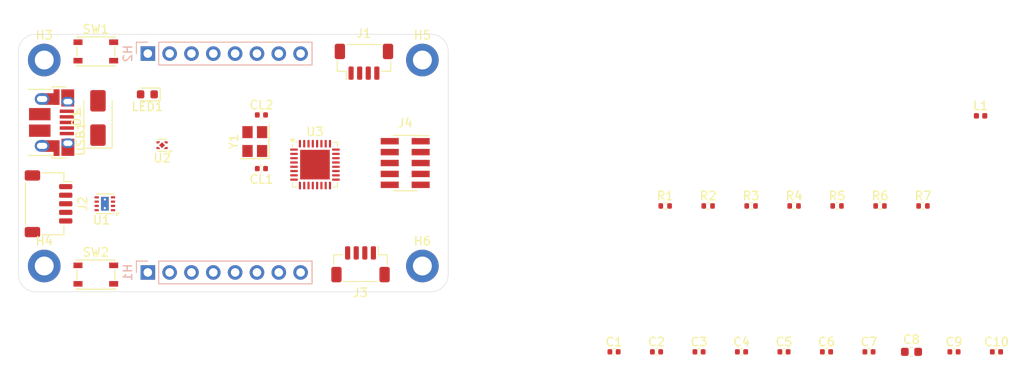
<source format=kicad_pcb>
(kicad_pcb (version 20240108) (generator "pcbnew") (generator_version "8.0")
  (layers (0 "F.Cu" signal) (31 "B.Cu" signal) (34 "B.Paste" user) (35 "F.Paste" user) (36 "B.SilkS" user "B.Silkscreen") (37 "F.SilkS" user "F.Silkscreen") (38 "B.Mask" user) (39 "F.Mask" user) (44 "Edge.Cuts" user))
  (net 0 "")
  (net 1 "+3V3")
  (net 2 "GND")
  (net 3 "+5V")
  (net 4 "/NRST")
  (net 5 "/BOOT0")
  (net 6 "/VREF")
  (net 7 "Net-(LED1-A)")
  (net 8 "/OSC_IN")
  (net 9 "/OSC_OUT")
  (net 10 "/VBUS")
  (net 11 "/JTDI")
  (net 16 "/JTDO_SWO")
  (net 17 "/NJTRST")
  (net 18 "/JTCK_SWCLK")
  (net 19 "/JTMS_SWDIO")
  (net 20 "/I2C1_SCL")
  (net 21 "/I2C1_SDA")
  (net 22 "/PA4")
  (net 23 "/PA7")
  (net 24 "/PA6")
  (net 25 "/PA5")
  (net 26 "/PA3")
  (net 27 "/PB0")
  (net 28 "/PA2")
  (net 29 "/PA12")
  (net 30 "/PB5")
  (net 31 "/UART1_TX")
  (net 32 "/UART1_RX")
  (net 33 "/ISNS")
  (net 34 "/POT")
  (net 35 "/M1")
  (net 36 "/M2")
  (net 37 "/PWM1")
  (net 38 "/PWM2")
  (footprint "Capacitor_SMD:C_0603_1608Metric" (layer "F.Cu") (at 218.911108 127)
    (property "Reference" "C8" (at 0 -1.43 0) (layer "F.SilkS"))
    (property "Value" "4.7uF")
    (fp_line (start -0.14058 -0.51) (end 0.14058 -0.51) (stroke (width 0.12)) (layer "F.SilkS"))
    (fp_line (start -0.14058 0.51) (end 0.14058 0.51) (stroke (width 0.12)) (layer "F.SilkS"))
    (pad "1" smd roundrect (at -0.775 0) (size 0.9 0.95) (layers "F.Cu" "F.Paste" "F.Mask") (net 2 "GND"))
    (pad "2" smd roundrect (at 0.775 0) (size 0.9 0.95) (layers "F.Cu" "F.Paste" "F.Mask") (net 1 "+3V3"))
  )
  (footprint "Package_DFN_QFN:QFN-32-1EP_5x5mm_P0.5mm_EP3.45x3.45mm" (layer "F.Cu") (at 149.5 105.1875)
    (property "Reference" "U3" (at 0 -3.83 360) (layer "F.SilkS"))
    (property "Value" "STM32F301K8Ux")
    (fp_line (start -2.61 -2.135) (end -2.61 -2.37) (stroke (width 0.12)) (layer "F.SilkS"))
    (fp_line (start -2.61 2.61) (end -2.61 2.135) (stroke (width 0.12)) (layer "F.SilkS"))
    (fp_line (start -2.135 -2.61) (end -2.31 -2.61) (stroke (width 0.12)) (layer "F.SilkS"))
    (fp_line (start -2.135 2.61) (end -2.61 2.61) (stroke (width 0.12)) (layer "F.SilkS"))
    (fp_line (start 2.135 -2.61) (end 2.61 -2.61) (stroke (width 0.12)) (layer "F.SilkS"))
    (fp_line (start 2.135 2.61) (end 2.61 2.61) (stroke (width 0.12)) (layer "F.SilkS"))
    (fp_line (start 2.61 -2.61) (end 2.61 -2.135) (stroke (width 0.12)) (layer "F.SilkS"))
    (fp_line (start 2.61 2.61) (end 2.61 2.135) (stroke (width 0.12)) (layer "F.SilkS"))
    (fp_poly (pts (xy -2.61 -2.61) (xy -2.85 -2.94) (xy -2.37 -2.94) (xy -2.61 -2.61)) (stroke (width 0.12)) (fill solid) (layer "F.SilkS"))
    (pad "1" smd roundrect (at -2.4375 -1.75) (size 0.875 0.25) (layers "F.Cu" "F.Paste" "F.Mask") (net 1 "+3V3"))
    (pad "2" smd roundrect (at -2.4375 -1.25) (size 0.875 0.25) (layers "F.Cu" "F.Paste" "F.Mask") (net 8 "/OSC_IN"))
    (pad "3" smd roundrect (at -2.4375 -0.75) (size 0.875 0.25) (layers "F.Cu" "F.Paste" "F.Mask") (net 9 "/OSC_OUT"))
    (pad "4" smd roundrect (at -2.4375 -0.25) (size 0.875 0.25) (layers "F.Cu" "F.Paste" "F.Mask") (net 4 "/NRST"))
    (pad "5" smd roundrect (at -2.4375 0.25) (size 0.875 0.25) (layers "F.Cu" "F.Paste" "F.Mask") (net 6 "/VREF"))
    (pad "6" smd roundrect (at -2.4375 0.75) (size 0.875 0.25) (layers "F.Cu" "F.Paste" "F.Mask") (net 2 "GND"))
    (pad "7" smd roundrect (at -2.4375 1.25) (size 0.875 0.25) (layers "F.Cu" "F.Paste" "F.Mask") (net 34 "/POT"))
    (pad "8" smd roundrect (at -2.4375 1.75) (size 0.875 0.25) (layers "F.Cu" "F.Paste" "F.Mask") (net 33 "/ISNS"))
    (pad "9" smd roundrect (at -1.75 2.4375) (size 0.25 0.875) (layers "F.Cu" "F.Paste" "F.Mask") (net 28 "/PA2"))
    (pad "10" smd roundrect (at -1.25 2.4375) (size 0.25 0.875) (layers "F.Cu" "F.Paste" "F.Mask") (net 26 "/PA3"))
    (pad "11" smd roundrect (at -0.75 2.4375) (size 0.25 0.875) (layers "F.Cu" "F.Paste" "F.Mask") (net 22 "/PA4"))
    (pad "12" smd roundrect (at -0.25 2.4375) (size 0.25 0.875) (layers "F.Cu" "F.Paste" "F.Mask") (net 25 "/PA5"))
    (pad "13" smd roundrect (at 0.25 2.4375) (size 0.25 0.875) (layers "F.Cu" "F.Paste" "F.Mask") (net 24 "/PA6"))
    (pad "14" smd roundrect (at 0.75 2.4375) (size 0.25 0.875) (layers "F.Cu" "F.Paste" "F.Mask") (net 23 "/PA7"))
    (pad "15" smd roundrect (at 1.25 2.4375) (size 0.25 0.875) (layers "F.Cu" "F.Paste" "F.Mask") (net 27 "/PB0"))
    (pad "16" smd roundrect (at 1.75 2.4375) (size 0.25 0.875) (layers "F.Cu" "F.Paste" "F.Mask") (net 2 "GND"))
    (pad "17" smd roundrect (at 2.4375 1.75) (size 0.875 0.25) (layers "F.Cu" "F.Paste" "F.Mask") (net 1 "+3V3"))
    (pad "18" smd roundrect (at 2.4375 1.25) (size 0.875 0.25) (layers "F.Cu" "F.Paste" "F.Mask") (net 37 "/PWM1"))
    (pad "19" smd roundrect (at 2.4375 0.75) (size 0.875 0.25) (layers "F.Cu" "F.Paste" "F.Mask") (net 31 "/UART1_TX"))
    (pad "20" smd roundrect (at 2.4375 0.25) (size 0.875 0.25) (layers "F.Cu" "F.Paste" "F.Mask") (net 32 "/UART1_RX"))
    (pad "21" smd roundrect (at 2.4375 -0.25) (size 0.875 0.25) (layers "F.Cu" "F.Paste" "F.Mask") (net 38 "/PWM2"))
    (pad "22" smd roundrect (at 2.4375 -0.75) (size 0.875 0.25) (layers "F.Cu" "F.Paste" "F.Mask") (net 29 "/PA12"))
    (pad "23" smd roundrect (at 2.4375 -1.25) (size 0.875 0.25) (layers "F.Cu" "F.Paste" "F.Mask") (net 19 "/JTMS_SWDIO"))
    (pad "24" smd roundrect (at 2.4375 -1.75) (size 0.875 0.25) (layers "F.Cu" "F.Paste" "F.Mask") (net 18 "/JTCK_SWCLK"))
    (pad "25" smd roundrect (at 1.75 -2.4375) (size 0.25 0.875) (layers "F.Cu" "F.Paste" "F.Mask") (net 11 "/JTDI"))
    (pad "26" smd roundrect (at 1.25 -2.4375) (size 0.25 0.875) (layers "F.Cu" "F.Paste" "F.Mask") (net 16 "/JTDO_SWO"))
    (pad "27" smd roundrect (at 0.75 -2.4375) (size 0.25 0.875) (layers "F.Cu" "F.Paste" "F.Mask") (net 17 "/NJTRST"))
    (pad "28" smd roundrect (at 0.25 -2.4375) (size 0.25 0.875) (layers "F.Cu" "F.Paste" "F.Mask") (net 30 "/PB5"))
    (pad "29" smd roundrect (at -0.25 -2.4375) (size 0.25 0.875) (layers "F.Cu" "F.Paste" "F.Mask") (net 20 "/I2C1_SCL"))
    (pad "30" smd roundrect (at -0.75 -2.4375) (size 0.25 0.875) (layers "F.Cu" "F.Paste" "F.Mask") (net 21 "/I2C1_SDA"))
    (pad "31" smd roundrect (at -1.25 -2.4375) (size 0.25 0.875) (layers "F.Cu" "F.Paste" "F.Mask") (net 5 "/BOOT0"))
    (pad "32" smd roundrect (at -1.75 -2.4375) (size 0.25 0.875) (layers "F.Cu" "F.Paste" "F.Mask") (net 2 "GND"))
    (pad "33" smd rect (at 0 0) (size 3.45 3.45) (property pad_prop_heatsink) (layers "F.Cu" "F.Mask") (net 2 "GND"))
  )
  (footprint "Capacitor_SMD:C_0402_1005Metric" (layer "F.Cu") (at 184.3 127)
    (property "Reference" "C1" (at 0 -1.16 0) (layer "F.SilkS"))
    (property "Value" "0.1uF")
    (fp_line (start -0.107836 -0.36) (end 0.107836 -0.36) (stroke (width 0.12)) (layer "F.SilkS"))
    (fp_line (start -0.107836 0.36) (end 0.107836 0.36) (stroke (width 0.12)) (layer "F.SilkS"))
    (pad "1" smd roundrect (at -0.48 0) (size 0.56 0.62) (layers "F.Cu" "F.Paste" "F.Mask") (net 2 "GND"))
    (pad "2" smd roundrect (at 0.48 0) (size 0.56 0.62) (layers "F.Cu" "F.Paste" "F.Mask") (net 3 "+5V"))
  )
  (footprint "MountingHole:MountingHole_2.2mm_M2_DIN965_Pad" (layer "F.Cu") (at 162 93)
    (property "Reference" "H5" (at 0 -2.9 0) (layer "F.SilkS"))
    (property "Value" "MountingHole")
    (pad "1" thru_hole circle (at 0 0) (size 3.8 3.8) (drill 2.2) (layers "*.Cu" "*.Mask"))
  )
  (footprint "Resistor_SMD:R_0402_1005Metric" (layer "F.Cu") (at 220.25 110)
    (property "Reference" "R7" (at 0 -1.17 0) (layer "F.SilkS"))
    (property "Value" "2K2")
    (fp_line (start -0.153641 -0.38) (end 0.153641 -0.38) (stroke (width 0.12)) (layer "F.SilkS"))
    (fp_line (start -0.153641 0.38) (end 0.153641 0.38) (stroke (width 0.12)) (layer "F.SilkS"))
    (pad "1" smd roundrect (at -0.51 0) (size 0.54 0.64) (layers "F.Cu" "F.Paste" "F.Mask") (net 33 "/ISNS"))
    (pad "2" smd roundrect (at 0.51 0) (size 0.54 0.64) (layers "F.Cu" "F.Paste" "F.Mask") (net 2 "GND"))
  )
  (footprint "Button_Switch_SMD:SW_SPST_PTS810" (layer "F.Cu") (at 124 92)
    (property "Reference" "SW1" (at 0 -2.6 0) (layer "F.SilkS"))
    (property "Value" "SW_Push")
    (fp_line (start -2.2 -1.7) (end -2.2 -1.58) (stroke (width 0.12)) (layer "F.SilkS"))
    (fp_line (start -2.2 -0.57) (end -2.2 0.57) (stroke (width 0.12)) (layer "F.SilkS"))
    (fp_line (start -2.2 1.58) (end -2.2 1.7) (stroke (width 0.12)) (layer "F.SilkS"))
    (fp_line (start -2.2 1.7) (end 2.2 1.7) (stroke (width 0.12)) (layer "F.SilkS"))
    (fp_line (start 2.2 -1.7) (end -2.2 -1.7) (stroke (width 0.12)) (layer "F.SilkS"))
    (fp_line (start 2.2 -1.58) (end 2.2 -1.7) (stroke (width 0.12)) (layer "F.SilkS"))
    (fp_line (start 2.2 0.57) (end 2.2 -0.57) (stroke (width 0.12)) (layer "F.SilkS"))
    (fp_line (start 2.2 1.7) (end 2.2 1.58) (stroke (width 0.12)) (layer "F.SilkS"))
    (pad "1" smd rect (at -2.075 -1.075) (size 1.05 0.65) (layers "F.Cu" "F.Paste" "F.Mask") (net 4 "/NRST"))
    (pad "1" smd rect (at 2.075 -1.075) (size 1.05 0.65) (layers "F.Cu" "F.Paste" "F.Mask") (net 4 "/NRST"))
    (pad "2" smd rect (at -2.075 1.075) (size 1.05 0.65) (layers "F.Cu" "F.Paste" "F.Mask") (net 2 "GND"))
    (pad "2" smd rect (at 2.075 1.075) (size 1.05 0.65) (layers "F.Cu" "F.Paste" "F.Mask") (net 2 "GND"))
  )
  (footprint "Capacitor_SMD:C_0402_1005Metric" (layer "F.Cu") (at 199.133332 127)
    (property "Reference" "C4" (at 0 -1.16 0) (layer "F.SilkS"))
    (property "Value" "1uF")
    (fp_line (start -0.107836 -0.36) (end 0.107836 -0.36) (stroke (width 0.12)) (layer "F.SilkS"))
    (fp_line (start -0.107836 0.36) (end 0.107836 0.36) (stroke (width 0.12)) (layer "F.SilkS"))
    (pad "1" smd roundrect (at -0.48 0) (size 0.56 0.62) (layers "F.Cu" "F.Paste" "F.Mask") (net 2 "GND"))
    (pad "2" smd roundrect (at 0.48 0) (size 0.56 0.62) (layers "F.Cu" "F.Paste" "F.Mask") (net 1 "+3V3"))
  )
  (footprint "MountingHole:MountingHole_2.2mm_M2_DIN965_Pad" (layer "F.Cu") (at 118 117)
    (property "Reference" "H4" (at 0 -2.9 0) (layer "F.SilkS"))
    (property "Value" "MountingHole")
    (pad "1" thru_hole circle (at 0 0) (size 3.8 3.8) (drill 2.2) (layers "*.Cu" "*.Mask"))
  )
  (footprint "Capacitor_SMD:C_0402_1005Metric" (layer "F.Cu") (at 228.8 127)
    (property "Reference" "C10" (at 0 -1.16 0) (layer "F.SilkS"))
    (property "Value" "1uF")
    (fp_line (start -0.107836 -0.36) (end 0.107836 -0.36) (stroke (width 0.12)) (layer "F.SilkS"))
    (fp_line (start -0.107836 0.36) (end 0.107836 0.36) (stroke (width 0.12)) (layer "F.SilkS"))
    (pad "1" smd roundrect (at -0.48 0) (size 0.56 0.62) (layers "F.Cu" "F.Paste" "F.Mask") (net 2 "GND"))
    (pad "2" smd roundrect (at 0.48 0) (size 0.56 0.62) (layers "F.Cu" "F.Paste" "F.Mask") (net 6 "/VREF"))
  )
  (footprint "Capacitor_SMD:C_0402_1005Metric" (layer "F.Cu") (at 209.02222 127)
    (property "Reference" "C6" (at 0 -1.16 0) (layer "F.SilkS"))
    (property "Value" "0.1uF")
    (fp_line (start -0.107836 -0.36) (end 0.107836 -0.36) (stroke (width 0.12)) (layer "F.SilkS"))
    (fp_line (start -0.107836 0.36) (end 0.107836 0.36) (stroke (width 0.12)) (layer "F.SilkS"))
    (pad "1" smd roundrect (at -0.48 0) (size 0.56 0.62) (layers "F.Cu" "F.Paste" "F.Mask") (net 2 "GND"))
    (pad "2" smd roundrect (at 0.48 0) (size 0.56 0.62) (layers "F.Cu" "F.Paste" "F.Mask") (net 1 "+3V3"))
  )
  (footprint "Capacitor_SMD:C_0402_1005Metric" (layer "F.Cu") (at 204.077776 127)
    (property "Reference" "C5" (at 0 -1.16 0) (layer "F.SilkS"))
    (property "Value" "1uF")
    (fp_line (start -0.107836 -0.36) (end 0.107836 -0.36) (stroke (width 0.12)) (layer "F.SilkS"))
    (fp_line (start -0.107836 0.36) (end 0.107836 0.36) (stroke (width 0.12)) (layer "F.SilkS"))
    (pad "1" smd roundrect (at -0.48 0) (size 0.56 0.62) (layers "F.Cu" "F.Paste" "F.Mask") (net 2 "GND"))
    (pad "2" smd roundrect (at 0.48 0) (size 0.56 0.62) (layers "F.Cu" "F.Paste" "F.Mask") (net 3 "+5V"))
  )
  (footprint "Crystal:Crystal_SMD_3225-4Pin_3.2x2.5mm" (layer "F.Cu") (at 142.5 102.5 90)
    (property "Reference" "Y1" (at 0 -2.45 90) (layer "F.SilkS"))
    (property "Value" "16MHz 9pF")
    (fp_line (start -2 -1.65) (end -2 1.65) (stroke (width 0.12)) (layer "F.SilkS"))
    (fp_line (start -2 1.65) (end 2 1.65) (stroke (width 0.12)) (layer "F.SilkS"))
    (pad "1" smd rect (at -1.1 0.85 90) (size 1.4 1.2) (layers "F.Cu" "F.Paste" "F.Mask") (net 9 "/OSC_OUT"))
    (pad "2" smd rect (at 1.1 0.85 90) (size 1.4 1.2) (layers "F.Cu" "F.Paste" "F.Mask") (net 2 "GND"))
    (pad "3" smd rect (at 1.1 -0.85 90) (size 1.4 1.2) (layers "F.Cu" "F.Paste" "F.Mask") (net 8 "/OSC_IN"))
    (pad "4" smd rect (at -1.1 -0.85 90) (size 1.4 1.2) (layers "F.Cu" "F.Paste" "F.Mask") (net 2 "GND"))
  )
  (footprint "Connector_JST:JST_SH_SM05B-SRSS-TB_1x05-1MP_P1.00mm_Horizontal" (layer "F.Cu") (at 118.5 109.75 -90)
    (property "Reference" "J2" (at 0 -3.98 90) (layer "F.SilkS"))
    (property "Value" "Conn_01x05")
    (fp_line (start -2.44 2.685) (end 2.44 2.685) (stroke (width 0.12)) (layer "F.SilkS"))
    (fp_line (start -3.61 0.715) (end -3.61 -1.785) (stroke (width 0.12)) (layer "F.SilkS"))
    (fp_line (start 3.61 0.715) (end 3.61 -1.785) (stroke (width 0.12)) (layer "F.SilkS"))
    (fp_line (start -3.61 -1.785) (end -2.56 -1.785) (stroke (width 0.12)) (layer "F.SilkS"))
    (fp_line (start -2.56 -1.785) (end -2.56 -2.775) (stroke (width 0.12)) (layer "F.SilkS"))
    (fp_line (start 3.61 -1.785) (end 2.56 -1.785) (stroke (width 0.12)) (layer "F.SilkS"))
    (pad "1" smd roundrect (at -2 -2 270) (size 0.6 1.55) (layers "F.Cu" "F.Paste" "F.Mask") (net 35 "/M1"))
    (pad "2" smd roundrect (at -1 -2 270) (size 0.6 1.55) (layers "F.Cu" "F.Paste" "F.Mask") (net 36 "/M2"))
    (pad "3" smd roundrect (at 0 -2 270) (size 0.6 1.55) (layers "F.Cu" "F.Paste" "F.Mask") (net 6 "/VREF"))
    (pad "4" smd roundrect (at 1 -2 270) (size 0.6 1.55) (layers "F.Cu" "F.Paste" "F.Mask") (net 2 "GND"))
    (pad "5" smd roundrect (at 2 -2 270) (size 0.6 1.55) (layers "F.Cu" "F.Paste" "F.Mask") (net 34 "/POT"))
    (pad "MP" smd roundrect (at -3.3 1.875 270) (size 1.2 1.8) (layers "F.Cu" "F.Paste" "F.Mask") (roundrect_rratio 0.208333))
    (pad "MP" smd roundrect (at 3.3 1.875 270) (size 1.2 1.8) (layers "F.Cu" "F.Paste" "F.Mask") (roundrect_rratio 0.208333))
  )
  (footprint "Connector_USB:USB_Micro-B_Amphenol_10103594-0001LF_Horizontal" (layer "F.Cu") (at 118.865 100.295 -90)
    (property "Reference" "USB1" (at 1.925 -3.365 90) (layer "F.SilkS"))
    (property "Value" "USB_B_Micro")
    (fp_line (start -3.875 2.735) (end -3.875 -0.065) (stroke (width 0.12)) (layer "F.SilkS"))
    (fp_line (start 3.825 2.735) (end 3.825 -0.065) (stroke (width 0.12)) (layer "F.SilkS"))
    (fp_line (start -4.175 -0.065) (end -3.875 -0.065) (stroke (width 0.12)) (layer "F.SilkS"))
    (fp_line (start -4.175 -0.065) (end -4.175 -1.615) (stroke (width 0.12)) (layer "F.SilkS"))
    (fp_line (start 3.825 -0.065) (end 4.125 -0.065) (stroke (width 0.12)) (layer "F.SilkS"))
    (fp_line (start 4.125 -0.065) (end 4.125 -1.615) (stroke (width 0.12)) (layer "F.SilkS"))
    (fp_line (start -1.325 -2.865) (end -1.725 -3.315) (stroke (width 0.12)) (layer "F.SilkS"))
    (fp_line (start -1.725 -3.315) (end -0.925 -3.315) (stroke (width 0.12)) (layer "F.SilkS"))
    (fp_line (start -0.925 -3.315) (end -1.325 -2.865) (stroke (width 0.12)) (layer "F.SilkS"))
    (pad "1" smd rect (at -1.325 -1.765) (size 1.65 0.4) (layers "F.Cu" "F.Paste" "F.Mask") (net 10 "/VBUS"))
    (pad "2" smd rect (at -0.675 -1.765) (size 1.65 0.4) (layers "F.Cu" "F.Paste" "F.Mask"))
    (pad "3" smd rect (at -0.025 -1.765) (size 1.65 0.4) (layers "F.Cu" "F.Paste" "F.Mask"))
    (pad "4" smd rect (at 0.625 -1.765) (size 1.65 0.4) (layers "F.Cu" "F.Paste" "F.Mask"))
    (pad "5" smd rect (at 1.275 -1.765) (size 1.65 0.4) (layers "F.Cu" "F.Paste" "F.Mask") (net 2 "GND"))
    (pad "6" smd rect (at -2.975 -0.565 270) (size 1.825 0.7) (layers "F.Cu" "F.Paste" "F.Mask") (net 2 "GND"))
    (pad "6" smd rect (at -2.875 -1.865 270) (size 2 1.5) (layers "F.Cu" "F.Paste" "F.Mask") (net 2 "GND"))
    (pad "6" smd rect (at -2.755 0.185 270) (size 1.35 2) (layers "F.Cu" "F.Paste" "F.Mask") (net 2 "GND"))
    (pad "6" thru_hole oval (at -2.755 1.115) (size 1.7 1.35) (drill oval 1.2 0.7) (layers "*.Cu" "*.Mask") (net 2 "GND"))
    (pad "6" thru_hole oval (at -2.445 -1.885) (size 1.5 1.1) (drill oval 1.05 0.65) (layers "*.Cu" "*.Mask") (net 2 "GND"))
    (pad "6" smd rect (at -0.985 1.385) (size 2.5 1.43) (layers "F.Cu" "F.Paste" "F.Mask") (net 2 "GND"))
    (pad "6" smd rect (at 0.935 1.385) (size 2.5 1.43) (layers "F.Cu" "F.Paste" "F.Mask") (net 2 "GND"))
    (pad "6" thru_hole oval (at 2.395 -1.885) (size 1.5 1.1) (drill oval 1.05 0.65) (layers "*.Cu" "*.Mask") (net 2 "GND"))
    (pad "6" thru_hole oval (at 2.705 1.115) (size 1.7 1.35) (drill oval 1.2 0.7) (layers "*.Cu" "*.Mask") (net 2 "GND"))
    (pad "6" smd rect (at 2.725 0.185 270) (size 1.35 2) (layers "F.Cu" "F.Paste" "F.Mask") (net 2 "GND"))
    (pad "6" smd rect (at 2.875 -1.885 270) (size 2 1.5) (layers "F.Cu" "F.Paste" "F.Mask") (net 2 "GND"))
    (pad "6" smd rect (at 2.975 -0.565 270) (size 1.825 0.7) (layers "F.Cu" "F.Paste" "F.Mask") (net 2 "GND"))
  )
  (footprint "Button_Switch_SMD:SW_SPST_PTS810" (layer "F.Cu") (at 124 118)
    (property "Reference" "SW2" (at 0 -2.6 0) (layer "F.SilkS"))
    (property "Value" "SW_Push")
    (fp_line (start -2.2 -1.7) (end -2.2 -1.58) (stroke (width 0.12)) (layer "F.SilkS"))
    (fp_line (start -2.2 -0.57) (end -2.2 0.57) (stroke (width 0.12)) (layer "F.SilkS"))
    (fp_line (start -2.2 1.58) (end -2.2 1.7) (stroke (width 0.12)) (layer "F.SilkS"))
    (fp_line (start -2.2 1.7) (end 2.2 1.7) (stroke (width 0.12)) (layer "F.SilkS"))
    (fp_line (start 2.2 -1.7) (end -2.2 -1.7) (stroke (width 0.12)) (layer "F.SilkS"))
    (fp_line (start 2.2 -1.58) (end 2.2 -1.7) (stroke (width 0.12)) (layer "F.SilkS"))
    (fp_line (start 2.2 0.57) (end 2.2 -0.57) (stroke (width 0.12)) (layer "F.SilkS"))
    (fp_line (start 2.2 1.7) (end 2.2 1.58) (stroke (width 0.12)) (layer "F.SilkS"))
    (pad "1" smd rect (at -2.075 -1.075) (size 1.05 0.65) (layers "F.Cu" "F.Paste" "F.Mask") (net 1 "+3V3"))
    (pad "1" smd rect (at 2.075 -1.075) (size 1.05 0.65) (layers "F.Cu" "F.Paste" "F.Mask") (net 1 "+3V3"))
    (pad "2" smd rect (at -2.075 1.075) (size 1.05 0.65) (layers "F.Cu" "F.Paste" "F.Mask") (net 5 "/BOOT0"))
    (pad "2" smd rect (at 2.075 1.075) (size 1.05 0.65) (layers "F.Cu" "F.Paste" "F.Mask") (net 5 "/BOOT0"))
  )
  (footprint "Resistor_SMD:R_0402_1005Metric" (layer "F.Cu") (at 205.25 110)
    (property "Reference" "R4" (at 0 -1.17 0) (layer "F.SilkS"))
    (property "Value" "10K")
    (fp_line (start -0.153641 -0.38) (end 0.153641 -0.38) (stroke (width 0.12)) (layer "F.SilkS"))
    (fp_line (start -0.153641 0.38) (end 0.153641 0.38) (stroke (width 0.12)) (layer "F.SilkS"))
    (pad "1" smd roundrect (at -0.51 0) (size 0.54 0.64) (layers "F.Cu" "F.Paste" "F.Mask") (net 32 "/UART1_RX"))
    (pad "2" smd roundrect (at 0.51 0) (size 0.54 0.64) (layers "F.Cu" "F.Paste" "F.Mask") (net 1 "+3V3"))
  )
  (footprint "Resistor_SMD:R_0402_1005Metric" (layer "F.Cu") (at 215.25 110)
    (property "Reference" "R6" (at 0 -1.17 0) (layer "F.SilkS"))
    (property "Value" "10K")
    (fp_line (start -0.153641 -0.38) (end 0.153641 -0.38) (stroke (width 0.12)) (layer "F.SilkS"))
    (fp_line (start -0.153641 0.38) (end 0.153641 0.38) (stroke (width 0.12)) (layer "F.SilkS"))
    (pad "1" smd roundrect (at -0.51 0) (size 0.54 0.64) (layers "F.Cu" "F.Paste" "F.Mask") (net 5 "/BOOT0"))
    (pad "2" smd roundrect (at 0.51 0) (size 0.54 0.64) (layers "F.Cu" "F.Paste" "F.Mask") (net 2 "GND"))
  )
  (footprint "MountingHole:MountingHole_2.2mm_M2_DIN965_Pad" (layer "F.Cu") (at 162 117)
    (property "Reference" "H6" (at 0 -2.9 0) (layer "F.SilkS"))
    (property "Value" "MountingHole")
    (pad "1" thru_hole circle (at 0 0) (size 3.8 3.8) (drill 2.2) (layers "*.Cu" "*.Mask"))
  )
  (footprint "LED_SMD:LED_0603_1608Metric" (layer "F.Cu") (at 130 97 180)
    (property "Reference" "LED1" (at 0 -1.43 180) (layer "F.SilkS"))
    (property "Value" "RED")
    (fp_line (start 0.8 -0.735) (end -1.485 -0.735) (stroke (width 0.12)) (layer "F.SilkS"))
    (fp_line (start -1.485 0.735) (end 0.8 0.735) (stroke (width 0.12)) (layer "F.SilkS"))
    (fp_line (start -1.485 -0.735) (end -1.485 0.735) (stroke (width 0.12)) (layer "F.SilkS"))
    (pad "1" smd roundrect (at -0.7875 0 180) (size 0.875 0.95) (layers "F.Cu" "F.Paste" "F.Mask") (net 2 "GND"))
    (pad "2" smd roundrect (at 0.7875 0 180) (size 0.875 0.95) (layers "F.Cu" "F.Paste" "F.Mask") (net 7 "Net-(LED1-A)"))
  )
  (footprint "MountingHole:MountingHole_2.2mm_M2_DIN965_Pad" (layer "F.Cu") (at 118 93)
    (property "Reference" "H3" (at 0 -2.9 0) (layer "F.SilkS"))
    (property "Value" "MountingHole")
    (pad "1" thru_hole circle (at 0 0) (size 3.8 3.8) (drill 2.2) (layers "*.Cu" "*.Mask"))
  )
  (footprint "Package_DFN_QFN:UDFN-4-1EP_1x1mm_P0.65mm_EP0.48x0.48mm" (layer "F.Cu") (at 131.71 102.925 180)
    (property "Reference" "U2" (at 0 -1.5 180) (layer "F.SilkS"))
    (property "Value" "SSP7615-33DFR")
    (fp_line (start 0.5 0.71) (end -0.5 0.71) (stroke (width 0.12)) (layer "F.SilkS"))
    (fp_line (start 0.5 -0.71) (end -0.5 -0.71) (stroke (width 0.12)) (layer "F.SilkS"))
    (fp_poly (pts (xy -0.84 -0.64) (xy -1.12 -0.64) (xy -0.84 -0.92) (xy -0.84 -0.64)) (stroke (width 0.12)) (fill solid) (layer "F.SilkS"))
    (pad "1" smd custom (at -0.54 -0.325 180) (size 0.22 0.25) (layers "F.Cu" "F.Paste" "F.Mask") (net 1 "+3V3") (options (clearance outline) (anchor rect)) (primitives (gr_poly (pts (xy 0.11 0.125) (xy 0.11 -0.125) (xy 0.36 -0.125)) (width 0) (fill yes))))
    (pad "2" smd custom (at -0.54 0.325 180) (size 0.22 0.25) (layers "F.Cu" "F.Paste" "F.Mask") (net 2 "GND") (options (clearance outline) (anchor rect)) (primitives (gr_poly (pts (xy 0.29 0.055) (xy 0.29 0.125) (xy 0.11 0.125) (xy 0.11 -0.125)) (width 0) (fill yes))))
    (pad "3" smd custom (at 0.54 0.325 180) (size 0.22 0.25) (layers "F.Cu" "F.Paste" "F.Mask") (net 3 "+5V") (options (clearance outline) (anchor rect)) (primitives (gr_poly (pts (xy -0.11 0.125) (xy -0.29 0.125) (xy -0.29 0.055) (xy -0.11 -0.125)) (width 0) (fill yes))))
    (pad "4" smd custom (at 0.54 -0.325 180) (size 0.22 0.25) (layers "F.Cu" "F.Paste" "F.Mask") (net 3 "+5V") (options (clearance outline) (anchor rect)) (primitives (gr_poly (pts (xy -0.11 0.125) (xy -0.29 -0.055) (xy -0.29 -0.125) (xy -0.11 -0.125)) (width 0) (fill yes))))
    (pad "5" smd rect (at 0 0 225) (size 0.48 0.48) (layers "F.Cu" "F.Paste" "F.Mask") (net 2 "GND"))
  )
  (footprint "Resistor_SMD:R_0402_1005Metric" (layer "F.Cu") (at 210.25 110)
    (property "Reference" "R5" (at 0 -1.17 0) (layer "F.SilkS"))
    (property "Value" "4K7")
    (fp_line (start -0.153641 -0.38) (end 0.153641 -0.38) (stroke (width 0.12)) (layer "F.SilkS"))
    (fp_line (start -0.153641 0.38) (end 0.153641 0.38) (stroke (width 0.12)) (layer "F.SilkS"))
    (pad "1" smd roundrect (at -0.51 0) (size 0.54 0.64) (layers "F.Cu" "F.Paste" "F.Mask") (net 1 "+3V3"))
    (pad "2" smd roundrect (at 0.51 0) (size 0.54 0.64) (layers "F.Cu" "F.Paste" "F.Mask") (net 7 "Net-(LED1-A)"))
  )
  (footprint "Connector_PinSocket_1.27mm:PinSocket_2x05_P1.27mm_Vertical_SMD" (layer "F.Cu") (at 160 105)
    (property "Reference" "J4" (at 0 -4.675 360) (layer "F.SilkS"))
    (property "Value" "Conn_02x05_Odd_Even")
    (fp_line (start -1.33 -3.235) (end -1.33 -3.175) (stroke (width 0.12)) (layer "F.SilkS"))
    (fp_line (start -1.33 -3.235) (end 1.33 -3.235) (stroke (width 0.12)) (layer "F.SilkS"))
    (fp_line (start -1.33 3.175) (end -1.33 3.235) (stroke (width 0.12)) (layer "F.SilkS"))
    (fp_line (start -1.33 3.235) (end 1.33 3.235) (stroke (width 0.12)) (layer "F.SilkS"))
    (fp_line (start 1.33 -3.235) (end 1.33 -3.175) (stroke (width 0.12)) (layer "F.SilkS"))
    (fp_line (start 1.33 -3.175) (end 2.79 -3.175) (stroke (width 0.12)) (layer "F.SilkS"))
    (fp_line (start 1.33 3.175) (end 1.33 3.235) (stroke (width 0.12)) (layer "F.SilkS"))
    (pad "1" smd rect (at 1.8 -2.54) (size 2.1 0.75) (layers "F.Cu" "F.Paste" "F.Mask") (net 1 "+3V3"))
    (pad "2" smd rect (at -1.8 -2.54) (size 2.1 0.75) (layers "F.Cu" "F.Paste" "F.Mask") (net 19 "/JTMS_SWDIO"))
    (pad "3" smd rect (at 1.8 -1.27) (size 2.1 0.75) (layers "F.Cu" "F.Paste" "F.Mask") (net 2 "GND"))
    (pad "4" smd rect (at -1.8 -1.27) (size 2.1 0.75) (layers "F.Cu" "F.Paste" "F.Mask") (net 18 "/JTCK_SWCLK"))
    (pad "5" smd rect (at 1.8 0) (size 2.1 0.75) (layers "F.Cu" "F.Paste" "F.Mask") (net 2 "GND"))
    (pad "6" smd rect (at -1.8 0) (size 2.1 0.75) (layers "F.Cu" "F.Paste" "F.Mask") (net 16 "/JTDO_SWO"))
    (pad "7" smd rect (at 1.8 1.27) (size 2.1 0.75) (layers "F.Cu" "F.Paste" "F.Mask"))
    (pad "8" smd rect (at -1.8 1.27) (size 2.1 0.75) (layers "F.Cu" "F.Paste" "F.Mask") (net 11 "/JTDI"))
    (pad "9" smd rect (at 1.8 2.54) (size 2.1 0.75) (layers "F.Cu" "F.Paste" "F.Mask") (net 2 "GND"))
    (pad "10" smd rect (at -1.8 2.54) (size 2.1 0.75) (layers "F.Cu" "F.Paste" "F.Mask") (net 17 "/NJTRST"))
  )
  (footprint "Resistor_SMD:R_0402_1005Metric" (layer "F.Cu") (at 200.25 110)
    (property "Reference" "R3" (at 0 -1.17 0) (layer "F.SilkS"))
    (property "Value" "10K")
    (fp_line (start -0.153641 -0.38) (end 0.153641 -0.38) (stroke (width 0.12)) (layer "F.SilkS"))
    (fp_line (start -0.153641 0.38) (end 0.153641 0.38) (stroke (width 0.12)) (layer "F.SilkS"))
    (pad "1" smd roundrect (at -0.51 0) (size 0.54 0.64) (layers "F.Cu" "F.Paste" "F.Mask") (net 1 "+3V3"))
    (pad "2" smd roundrect (at 0.51 0) (size 0.54 0.64) (layers "F.Cu" "F.Paste" "F.Mask") (net 20 "/I2C1_SCL"))
  )
  (footprint "Capacitor_SMD:C_0402_1005Metric" (layer "F.Cu") (at 143.27 99.4)
    (property "Reference" "CL2" (at 0 -1.16 0) (layer "F.SilkS"))
    (property "Value" "12pF")
    (fp_line (start -0.107836 -0.36) (end 0.107836 -0.36) (stroke (width 0.12)) (layer "F.SilkS"))
    (fp_line (start -0.107836 0.36) (end 0.107836 0.36) (stroke (width 0.12)) (layer "F.SilkS"))
    (pad "1" smd roundrect (at -0.48 0) (size 0.56 0.62) (layers "F.Cu" "F.Paste" "F.Mask") (net 2 "GND"))
    (pad "2" smd roundrect (at 0.48 0) (size 0.56 0.62) (layers "F.Cu" "F.Paste" "F.Mask") (net 8 "/OSC_IN"))
  )
  (footprint "Resistor_SMD:R_0402_1005Metric" (layer "F.Cu") (at 195.25 110)
    (property "Reference" "R2" (at 0 -1.17 0) (layer "F.SilkS"))
    (property "Value" "10K")
    (fp_line (start -0.153641 -0.38) (end 0.153641 -0.38) (stroke (width 0.12)) (layer "F.SilkS"))
    (fp_line (start -0.153641 0.38) (end 0.153641 0.38) (stroke (width 0.12)) (layer "F.SilkS"))
    (pad "1" smd roundrect (at -0.51 0) (size 0.54 0.64) (layers "F.Cu" "F.Paste" "F.Mask") (net 1 "+3V3"))
    (pad "2" smd roundrect (at 0.51 0) (size 0.54 0.64) (layers "F.Cu" "F.Paste" "F.Mask") (net 21 "/I2C1_SDA"))
  )
  (footprint "Inductor_SMD:L_0402_1005Metric" (layer "F.Cu") (at 226.95 99.5)
    (property "Reference" "L1" (at 0 -1.17 0) (layer "F.SilkS"))
    (property "Value" "1kΩ@100Mhz")
    (pad "1" smd roundrect (at -0.485 0) (size 0.59 0.64) (layers "F.Cu" "F.Paste" "F.Mask") (net 6 "/VREF"))
    (pad "2" smd roundrect (at 0.485 0) (size 0.59 0.64) (layers "F.Cu" "F.Paste" "F.Mask") (net 1 "+3V3"))
  )
  (footprint "Package_SON:WSON-8-1EP_2x2mm_P0.5mm_EP0.9x1.6mm_ThermalVias" (layer "F.Cu") (at 125.05 109.75 180)
    (property "Reference" "U1" (at 0.38 -1.9 360) (layer "F.SilkS"))
    (property "Value" "DRV8231ADSGR")
    (fp_line (start -1 1.14) (end 1 1.14) (stroke (width 0.12)) (layer "F.SilkS"))
    (fp_line (start -1.01 -1.14) (end 0.99 -1.14) (stroke (width 0.12)) (layer "F.SilkS"))
    (fp_poly (pts (xy -1.37 -1.07) (xy -1.65 -1.07) (xy -1.37 -1.35) (xy -1.37 -1.07)) (stroke (width 0.12)) (fill solid) (layer "F.SilkS"))
    (pad "1" smd roundrect (at -0.95 -0.75 180) (size 0.5 0.25) (layers "F.Cu" "F.Paste" "F.Mask") (net 33 "/ISNS"))
    (pad "2" smd roundrect (at -0.95 -0.25 180) (size 0.5 0.25) (layers "F.Cu" "F.Paste" "F.Mask") (net 38 "/PWM2"))
    (pad "3" smd roundrect (at -0.95 0.25 180) (size 0.5 0.25) (layers "F.Cu" "F.Paste" "F.Mask") (net 37 "/PWM1"))
    (pad "4" smd roundrect (at -0.95 0.75 180) (size 0.5 0.25) (layers "F.Cu" "F.Paste" "F.Mask") (net 6 "/VREF"))
    (pad "5" smd roundrect (at 0.95 0.75 180) (size 0.5 0.25) (layers "F.Cu" "F.Paste" "F.Mask") (net 3 "+5V"))
    (pad "6" smd roundrect (at 0.95 0.25 180) (size 0.5 0.25) (layers "F.Cu" "F.Paste" "F.Mask") (net 35 "/M1"))
    (pad "7" smd roundrect (at 0.95 -0.25 180) (size 0.5 0.25) (layers "F.Cu" "F.Paste" "F.Mask") (net 2 "GND"))
    (pad "8" smd roundrect (at 0.95 -0.75 180) (size 0.5 0.25) (layers "F.Cu" "F.Paste" "F.Mask") (net 36 "/M2"))
    (pad "9" thru_hole circle (at 0 -0.5 180) (size 0.6 0.6) (drill 0.25) (layers "*.Cu") (net 2 "GND"))
    (pad "9" smd rect (at 0 0 180) (size 0.9 1.6) (layers "F.Cu" "F.Mask") (net 2 "GND"))
    (pad "9" smd rect (at 0 0 180) (size 0.9 1.6) (layers "B.Cu") (net 2 "GND"))
    (pad "9" thru_hole circle (at 0 0.5 180) (size 0.6 0.6) (drill 0.25) (layers "*.Cu") (net 2 "GND"))
  )
  (footprint "Connector_JST:JST_SH_BM04B-SRSS-TB_1x04-1MP_P1.00mm_Vertical" (layer "F.Cu") (at 155.2 93.2)
    (property "Reference" "J1" (at 0 -3.3 360) (layer "F.SilkS"))
    (property "Value" "Conn_01x04")
    (fp_line (start -3.11 -0.04) (end -3.11 1.11) (stroke (width 0.12)) (layer "F.SilkS"))
    (fp_line (start -3.11 1.11) (end -2.06 1.11) (stroke (width 0.12)) (layer "F.SilkS"))
    (fp_line (start -2.06 1.11) (end -2.06 2.1) (stroke (width 0.12)) (layer "F.SilkS"))
    (fp_line (start -1.94 -2.01) (end 1.94 -2.01) (stroke (width 0.12)) (layer "F.SilkS"))
    (fp_line (start 3.11 -0.04) (end 3.11 1.11) (stroke (width 0.12)) (layer "F.SilkS"))
    (fp_line (start 3.11 1.11) (end 2.06 1.11) (stroke (width 0.12)) (layer "F.SilkS"))
    (pad "1" smd roundrect (at -1.5 1.325) (size 0.6 1.55) (layers "F.Cu" "F.Paste" "F.Mask") (net 31 "/UART1_TX"))
    (pad "2" smd roundrect (at -0.5 1.325) (size 0.6 1.55) (layers "F.Cu" "F.Paste" "F.Mask") (net 2 "GND"))
    (pad "3" smd roundrect (at 0.5 1.325) (size 0.6 1.55) (layers "F.Cu" "F.Paste" "F.Mask") (net 32 "/UART1_RX"))
    (pad "4" smd roundrect (at 1.5 1.325) (size 0.6 1.55) (layers "F.Cu" "F.Paste" "F.Mask") (net 1 "+3V3"))
    (pad "MP" smd roundrect (at -2.8 -1.2) (size 1.2 1.8) (layers "F.Cu" "F.Paste" "F.Mask") (roundrect_rratio 0.208333))
    (pad "MP" smd roundrect (at 2.8 -1.2) (size 1.2 1.8) (layers "F.Cu" "F.Paste" "F.Mask") (roundrect_rratio 0.208333))
  )
  (footprint "Diode_SMD:D_SMA" (layer "F.Cu") (at 124.25 99.75 90)
    (property "Reference" "D1" (at 0 -2.5 90) (layer "F.SilkS"))
    (property "Value" "SS34")
    (fp_line (start -3.51 -1.65) (end 2 -1.65) (stroke (width 0.12)) (layer "F.SilkS"))
    (fp_line (start -3.51 -1.65) (end -3.51 1.65) (stroke (width 0.12)) (layer "F.SilkS"))
    (fp_line (start -3.51 1.65) (end 2 1.65) (stroke (width 0.12)) (layer "F.SilkS"))
    (pad "1" smd roundrect (at -2 0 90) (size 2.5 1.8) (layers "F.Cu" "F.Paste" "F.Mask") (roundrect_rratio 0.1388888889) (net 3 "+5V"))
    (pad "2" smd roundrect (at 2 0 90) (size 2.5 1.8) (layers "F.Cu" "F.Paste" "F.Mask") (roundrect_rratio 0.1388888889) (net 10 "/VBUS"))
  )
  (footprint "Connector_JST:JST_SH_BM04B-SRSS-TB_1x04-1MP_P1.00mm_Vertical" (layer "F.Cu") (at 154.8 116.8 180)
    (property "Reference" "J3" (at 0 -3.3 360) (layer "F.SilkS"))
    (property "Value" "Conn_01x04")
    (fp_line (start 3.11 1.11) (end 2.06 1.11) (stroke (width 0.12)) (layer "F.SilkS"))
    (fp_line (start 3.11 -0.04) (end 3.11 1.11) (stroke (width 0.12)) (layer "F.SilkS"))
    (fp_line (start -1.94 -2.01) (end 1.94 -2.01) (stroke (width 0.12)) (layer "F.SilkS"))
    (fp_line (start -2.06 1.11) (end -2.06 2.1) (stroke (width 0.12)) (layer "F.SilkS"))
    (fp_line (start -3.11 1.11) (end -2.06 1.11) (stroke (width 0.12)) (layer "F.SilkS"))
    (fp_line (start -3.11 -0.04) (end -3.11 1.11) (stroke (width 0.12)) (layer "F.SilkS"))
    (pad "1" smd roundrect (at -1.5 1.325 180) (size 0.6 1.55) (layers "F.Cu" "F.Paste" "F.Mask") (net 2 "GND"))
    (pad "2" smd roundrect (at -0.5 1.325 180) (size 0.6 1.55) (layers "F.Cu" "F.Paste" "F.Mask") (net 1 "+3V3"))
    (pad "3" smd roundrect (at 0.5 1.325 180) (size 0.6 1.55) (layers "F.Cu" "F.Paste" "F.Mask") (net 21 "/I2C1_SDA"))
    (pad "4" smd roundrect (at 1.5 1.325 180) (size 0.6 1.55) (layers "F.Cu" "F.Paste" "F.Mask") (net 20 "/I2C1_SCL"))
    (pad "MP" smd roundrect (at -2.8 -1.2 180) (size 1.2 1.8) (layers "F.Cu" "F.Paste" "F.Mask") (roundrect_rratio 0.208333))
    (pad "MP" smd roundrect (at 2.8 -1.2 180) (size 1.2 1.8) (layers "F.Cu" "F.Paste" "F.Mask") (roundrect_rratio 0.208333))
  )
  (footprint "Capacitor_SMD:C_0402_1005Metric" (layer "F.Cu") (at 213.966664 127)
    (property "Reference" "C7" (at 0 -1.16 0) (layer "F.SilkS"))
    (property "Value" "0.1uF")
    (fp_line (start -0.107836 -0.36) (end 0.107836 -0.36) (stroke (width 0.12)) (layer "F.SilkS"))
    (fp_line (start -0.107836 0.36) (end 0.107836 0.36) (stroke (width 0.12)) (layer "F.SilkS"))
    (pad "1" smd roundrect (at -0.48 0) (size 0.56 0.62) (layers "F.Cu" "F.Paste" "F.Mask") (net 2 "GND"))
    (pad "2" smd roundrect (at 0.48 0) (size 0.56 0.62) (layers "F.Cu" "F.Paste" "F.Mask") (net 1 "+3V3"))
  )
  (footprint "Capacitor_SMD:C_0402_1005Metric" (layer "F.Cu") (at 143.27 105.65)
    (property "Reference" "CL1" (at 0 1.25 0) (layer "F.SilkS"))
    (property "Value" "12pF")
    (fp_line (start -0.107836 -0.36) (end 0.107836 -0.36) (stroke (width 0.12)) (layer "F.SilkS"))
    (fp_line (start -0.107836 0.36) (end 0.107836 0.36) (stroke (width 0.12)) (layer "F.SilkS"))
    (pad "1" smd roundrect (at -0.48 0) (size 0.56 0.62) (layers "F.Cu" "F.Paste" "F.Mask") (net 9 "/OSC_OUT"))
    (pad "2" smd roundrect (at 0.48 0) (size 0.56 0.62) (layers "F.Cu" "F.Paste" "F.Mask") (net 2 "GND"))
  )
  (footprint "Capacitor_SMD:C_0402_1005Metric" (layer "F.Cu") (at 194.188888 127)
    (property "Reference" "C3" (at 0 -1.16 0) (layer "F.SilkS"))
    (property "Value" "0.1uF")
    (fp_line (start -0.107836 -0.36) (end 0.107836 -0.36) (stroke (width 0.12)) (layer "F.SilkS"))
    (fp_line (start -0.107836 0.36) (end 0.107836 0.36) (stroke (width 0.12)) (layer "F.SilkS"))
    (pad "1" smd roundrect (at -0.48 0) (size 0.56 0.62) (layers "F.Cu" "F.Paste" "F.Mask") (net 5 "/BOOT0"))
    (pad "2" smd roundrect (at 0.48 0) (size 0.56 0.62) (layers "F.Cu" "F.Paste" "F.Mask") (net 2 "GND"))
  )
  (footprint "Capacitor_SMD:C_0402_1005Metric" (layer "F.Cu") (at 189.244444 127)
    (property "Reference" "C2" (at 0 -1.16 0) (layer "F.SilkS"))
    (property "Value" "0.1uF")
    (fp_line (start -0.107836 -0.36) (end 0.107836 -0.36) (stroke (width 0.12)) (layer "F.SilkS"))
    (fp_line (start -0.107836 0.36) (end 0.107836 0.36) (stroke (width 0.12)) (layer "F.SilkS"))
    (pad "1" smd roundrect (at -0.48 0) (size 0.56 0.62) (layers "F.Cu" "F.Paste" "F.Mask") (net 2 "GND"))
    (pad "2" smd roundrect (at 0.48 0) (size 0.56 0.62) (layers "F.Cu" "F.Paste" "F.Mask") (net 4 "/NRST"))
  )
  (footprint "Capacitor_SMD:C_0402_1005Metric" (layer "F.Cu") (at 223.855552 127)
    (property "Reference" "C9" (at 0 -1.16 0) (layer "F.SilkS"))
    (property "Value" "10nF")
    (fp_line (start -0.107836 -0.36) (end 0.107836 -0.36) (stroke (width 0.12)) (layer "F.SilkS"))
    (fp_line (start -0.107836 0.36) (end 0.107836 0.36) (stroke (width 0.12)) (layer "F.SilkS"))
    (pad "1" smd roundrect (at -0.48 0) (size 0.56 0.62) (layers "F.Cu" "F.Paste" "F.Mask") (net 2 "GND"))
    (pad "2" smd roundrect (at 0.48 0) (size 0.56 0.62) (layers "F.Cu" "F.Paste" "F.Mask") (net 6 "/VREF"))
  )
  (footprint "Resistor_SMD:R_0402_1005Metric" (layer "F.Cu") (at 190.25 110)
    (property "Reference" "R1" (at 0 -1.17 0) (layer "F.SilkS"))
    (property "Value" "10K")
    (fp_line (start -0.153641 -0.38) (end 0.153641 -0.38) (stroke (width 0.12)) (layer "F.SilkS"))
    (fp_line (start -0.153641 0.38) (end 0.153641 0.38) (stroke (width 0.12)) (layer "F.SilkS"))
    (pad "1" smd roundrect (at -0.51 0) (size 0.54 0.64) (layers "F.Cu" "F.Paste" "F.Mask") (net 31 "/UART1_TX"))
    (pad "2" smd roundrect (at 0.51 0) (size 0.54 0.64) (layers "F.Cu" "F.Paste" "F.Mask") (net 1 "+3V3"))
  )
  (footprint "Connector_PinHeader_2.54mm:PinHeader_1x08_P2.54mm_Vertical" (layer "B.Cu") (at 130.05 92.25 -90)
    (property "Reference" "H2" (at 0 2.33 90) (layer "B.SilkS") (effects (justify mirror)))
    (property "Value" "Conn_01x08_Pin")
    (fp_line (start -1.33 1.33) (end -1.33 0) (stroke (width 0.12)) (layer "B.SilkS"))
    (fp_line (start 0 1.33) (end -1.33 1.33) (stroke (width 0.12)) (layer "B.SilkS"))
    (fp_line (start 1.33 -1.27) (end -1.33 -1.27) (stroke (width 0.12)) (layer "B.SilkS"))
    (fp_line (start -1.33 -19.11) (end -1.33 -1.27) (stroke (width 0.12)) (layer "B.SilkS"))
    (fp_line (start 1.33 -19.11) (end 1.33 -1.27) (stroke (width 0.12)) (layer "B.SilkS"))
    (fp_line (start 1.33 -19.11) (end -1.33 -19.11) (stroke (width 0.12)) (layer "B.SilkS"))
    (pad "1" thru_hole rect (at 0 0 270) (size 1.7 1.7) (drill 1) (layers "*.Cu" "*.Mask") (net 3 "+5V"))
    (pad "2" thru_hole oval (at 0 -2.54 270) (size 1.7 1.7) (drill 1) (layers "*.Cu" "*.Mask") (net 1 "+3V3"))
    (pad "3" thru_hole oval (at 0 -5.08 270) (size 1.7 1.7) (drill 1) (layers "*.Cu" "*.Mask") (net 2 "GND"))
    (pad "4" thru_hole oval (at 0 -7.62 270) (size 1.7 1.7) (drill 1) (layers "*.Cu" "*.Mask") (net 6 "/VREF"))
    (pad "5" thru_hole oval (at 0 -10.16 270) (size 1.7 1.7) (drill 1) (layers "*.Cu" "*.Mask") (net 2 "GND"))
    (pad "6" thru_hole oval (at 0 -12.7 270) (size 1.7 1.7) (drill 1) (layers "*.Cu" "*.Mask") (net 30 "/PB5"))
    (pad "7" thru_hole oval (at 0 -15.24 270) (size 1.7 1.7) (drill 1) (layers "*.Cu" "*.Mask") (net 29 "/PA12"))
    (pad "8" thru_hole oval (at 0 -17.78 270) (size 1.7 1.7) (drill 1) (layers "*.Cu" "*.Mask") (net 2 "GND"))
  )
  (footprint "Connector_PinHeader_2.54mm:PinHeader_1x08_P2.54mm_Vertical" (layer "B.Cu") (at 130.05 117.75 -90)
    (property "Reference" "H1" (at 0 2.33 90) (layer "B.SilkS") (effects (justify mirror)))
    (property "Value" "Conn_01x08_Pin")
    (fp_line (start -1.33 1.33) (end -1.33 0) (stroke (width 0.12)) (layer "B.SilkS"))
    (fp_line (start 0 1.33) (end -1.33 1.33) (stroke (width 0.12)) (layer "B.SilkS"))
    (fp_line (start 1.33 -1.27) (end -1.33 -1.27) (stroke (width 0.12)) (layer "B.SilkS"))
    (fp_line (start -1.33 -19.11) (end -1.33 -1.27) (stroke (width 0.12)) (layer "B.SilkS"))
    (fp_line (start 1.33 -19.11) (end 1.33 -1.27) (stroke (width 0.12)) (layer "B.SilkS"))
    (fp_line (start 1.33 -19.11) (end -1.33 -19.11) (stroke (width 0.12)) (layer "B.SilkS"))
    (pad "1" thru_hole rect (at 0 0 270) (size 1.7 1.7) (drill 1) (layers "*.Cu" "*.Mask") (net 28 "/PA2"))
    (pad "2" thru_hole oval (at 0 -2.54 270) (size 1.7 1.7) (drill 1) (layers "*.Cu" "*.Mask") (net 26 "/PA3"))
    (pad "3" thru_hole oval (at 0 -5.08 270) (size 1.7 1.7) (drill 1) (layers "*.Cu" "*.Mask") (net 22 "/PA4"))
    (pad "4" thru_hole oval (at 0 -7.62 270) (size 1.7 1.7) (drill 1) (layers "*.Cu" "*.Mask") (net 25 "/PA5"))
    (pad "5" thru_hole oval (at 0 -10.16 270) (size 1.7 1.7) (drill 1) (layers "*.Cu" "*.Mask") (net 24 "/PA6"))
    (pad "6" thru_hole oval (at 0 -12.7 270) (size 1.7 1.7) (drill 1) (layers "*.Cu" "*.Mask") (net 23 "/PA7"))
    (pad "7" thru_hole oval (at 0 -15.24 270) (size 1.7 1.7) (drill 1) (layers "*.Cu" "*.Mask") (net 27 "/PB0"))
    (pad "8" thru_hole oval (at 0 -17.78 270) (size 1.7 1.7) (drill 1) (layers "*.Cu" "*.Mask") (net 2 "GND"))
  )
  (gr_arc (start 163 90) (mid 164.414214 90.585786) (end 165 92) (stroke (width 0.05)) (layer "Edge.Cuts"))
  (gr_arc (start 165 118) (mid 164.414214 119.414214) (end 163 120) (stroke (width 0.05)) (layer "Edge.Cuts"))
  (gr_line (start 165 92) (end 165 118) (stroke (width 0.05)) (layer "Edge.Cuts"))
  (gr_line (start 163 120) (end 117 120) (stroke (width 0.05)) (layer "Edge.Cuts"))
  (gr_arc (start 117 120) (mid 115.585786 119.414214) (end 115 118) (stroke (width 0.05)) (layer "Edge.Cuts"))
  (gr_line (start 115 118) (end 115 92) (stroke (width 0.05)) (layer "Edge.Cuts"))
  (gr_arc (start 115 92) (mid 115.585786 90.585786) (end 117 90) (stroke (width 0.05)) (layer "Edge.Cuts"))
  (gr_line (start 117 90) (end 163 90) (stroke (width 0.05)) (layer "Edge.Cuts"))
)
</source>
